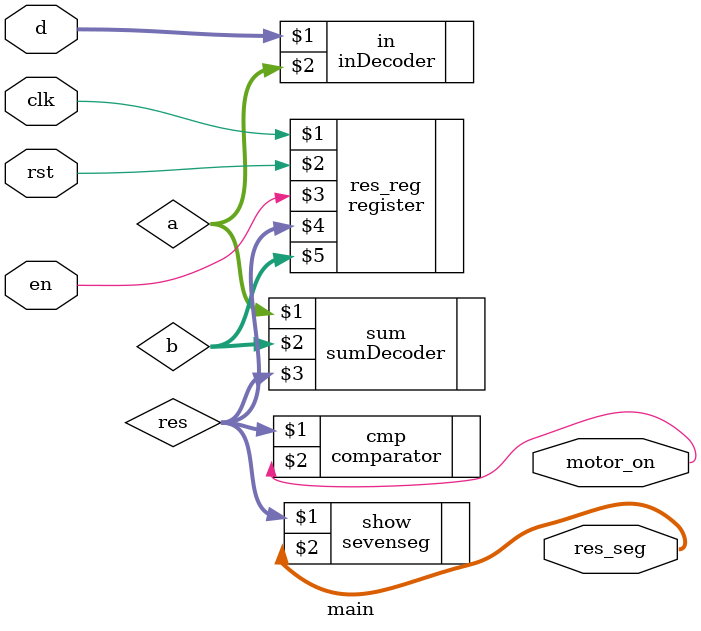
<source format=sv>
module main (input logic clk, rst, en,
				 input logic [3: 0] d,
				 output logic motor_on,
				 output logic [6: 0] res_seg);

	logic [1: 0] a, b, res;
	
	inDecoder in (d, a);
	
	sumDecoder sum (a, b, res);
	
	register res_reg (clk, rst, en, res, b);
	
	comparator cmp (res, motor_on);
	
	sevenseg show (res, res_seg);
	
endmodule

</source>
